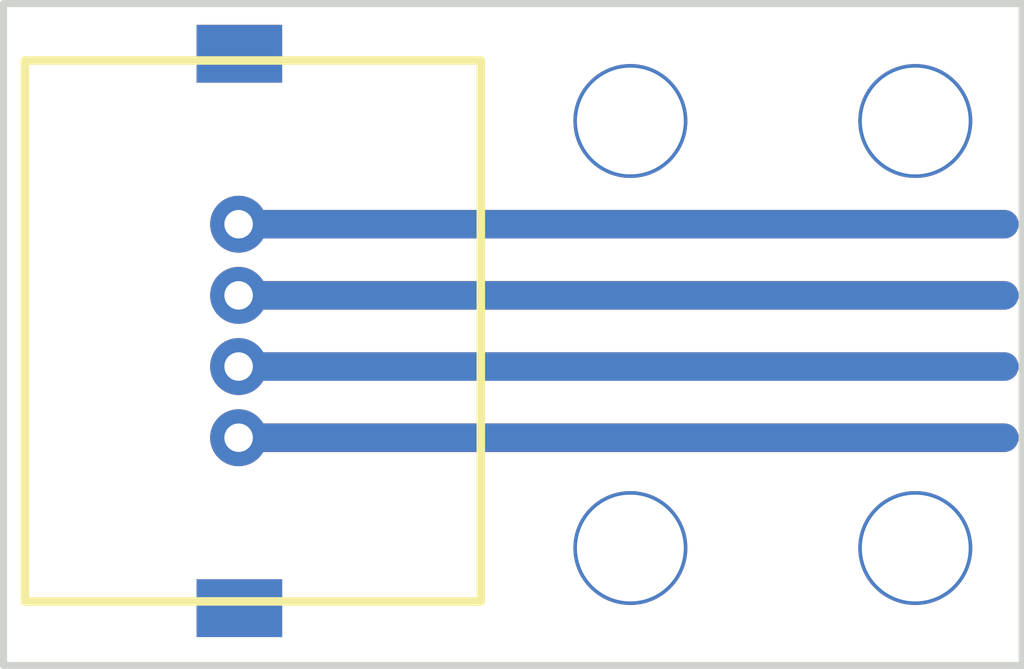
<source format=kicad_pcb>
(kicad_pcb (version 20171130) (host pcbnew "(5.1.0)-1")

  (general
    (thickness 1.6)
    (drawings 24)
    (tracks 20)
    (zones 0)
    (modules 0)
    (nets 1)
  )

  (page A4)
  (layers
    (0 F.Cu signal)
    (31 B.Cu signal)
    (32 B.Adhes user)
    (33 F.Adhes user)
    (34 B.Paste user)
    (35 F.Paste user)
    (36 B.SilkS user)
    (37 F.SilkS user)
    (38 B.Mask user)
    (39 F.Mask user)
    (40 Dwgs.User user)
    (41 Cmts.User user)
    (42 Eco1.User user)
    (43 Eco2.User user)
    (44 Edge.Cuts user)
    (45 Margin user)
    (46 B.CrtYd user)
    (47 F.CrtYd user)
    (48 B.Fab user)
    (49 F.Fab user)
  )

  (setup
    (last_trace_width 0.25)
    (trace_clearance 0.2)
    (zone_clearance 0.508)
    (zone_45_only no)
    (trace_min 0.2)
    (via_size 0.8)
    (via_drill 0.4)
    (via_min_size 0.4)
    (via_min_drill 0.3)
    (uvia_size 0.3)
    (uvia_drill 0.1)
    (uvias_allowed no)
    (uvia_min_size 0.2)
    (uvia_min_drill 0.1)
    (edge_width 0.05)
    (segment_width 0.2)
    (pcb_text_width 0.3)
    (pcb_text_size 1.5 1.5)
    (mod_edge_width 0.12)
    (mod_text_size 1 1)
    (mod_text_width 0.15)
    (pad_size 1.524 1.524)
    (pad_drill 0.762)
    (pad_to_mask_clearance 0.051)
    (solder_mask_min_width 0.25)
    (aux_axis_origin 0 0)
    (visible_elements 7FFFFFFF)
    (pcbplotparams
      (layerselection 0x010fc_ffffffff)
      (usegerberextensions true)
      (usegerberattributes false)
      (usegerberadvancedattributes false)
      (creategerberjobfile false)
      (excludeedgelayer true)
      (linewidth 0.100000)
      (plotframeref false)
      (viasonmask false)
      (mode 1)
      (useauxorigin false)
      (hpglpennumber 1)
      (hpglpenspeed 20)
      (hpglpendiameter 15.000000)
      (psnegative false)
      (psa4output false)
      (plotreference true)
      (plotvalue false)
      (plotinvisibletext false)
      (padsonsilk false)
      (subtractmaskfromsilk false)
      (outputformat 1)
      (mirror false)
      (drillshape 0)
      (scaleselection 1)
      (outputdirectory "gerbers_pcb_connexion_3/"))
  )

  (net 0 "")

  (net_class Default "Ceci est la Netclass par défaut."
    (clearance 0.2)
    (trace_width 0.25)
    (via_dia 0.8)
    (via_drill 0.4)
    (uvia_dia 0.3)
    (uvia_drill 0.1)
  )

  (gr_poly (pts (xy 132.41 74.31) (xy 133.61 74.31) (xy 133.61 73.5) (xy 132.41 73.5)) (layer B.Mask) (width 0.001) (tstamp 5DC142F8))
  (gr_poly (pts (xy 132.41 82.1) (xy 133.61 82.1) (xy 133.61 81.29) (xy 132.41 81.29)) (layer B.Mask) (width 0.001) (tstamp 5DC142F3))
  (gr_poly (pts (xy 132.41 82.1) (xy 133.61 82.1) (xy 133.61 81.29) (xy 132.41 81.29)) (layer B.Cu) (width 0.001) (tstamp 5DC142E4))
  (gr_poly (pts (xy 132.41 74.31) (xy 133.61 74.31) (xy 133.61 73.5) (xy 132.41 73.5)) (layer B.Cu) (width 0.001) (tstamp 5DC142E0))
  (gr_line (start 133 79.3) (end 143.75 79.3) (layer B.Mask) (width 0.4) (tstamp 5DC029B8))
  (gr_line (start 133 78.3) (end 143.75 78.3) (layer B.Mask) (width 0.4) (tstamp 5DC029A1))
  (gr_line (start 133 77.3) (end 143.75 77.3) (layer B.Mask) (width 0.4) (tstamp 5DC02970))
  (gr_line (start 133 76.3) (end 143.75 76.3) (layer B.Mask) (width 0.4) (tstamp 5DC0294A))
  (gr_line (start 133 79.3) (end 143.75 79.3) (layer F.Mask) (width 0.4) (tstamp 5DC0286B))
  (gr_line (start 133 78.3) (end 143.75 78.3) (layer F.Mask) (width 0.4) (tstamp 5DC02868))
  (gr_line (start 133 77.3) (end 143.75 77.3) (layer F.Mask) (width 0.4) (tstamp 5DC0285B))
  (gr_line (start 133 76.3) (end 143.75 76.3) (layer F.Mask) (width 0.4))
  (gr_poly (pts (xy 132.41 81.29) (xy 133.61 81.29) (xy 133.61 82.1) (xy 132.41 82.1)) (layer F.Mask) (width 0.001) (tstamp 5D9C8C17))
  (gr_poly (pts (xy 132.41 73.5) (xy 133.61 73.5) (xy 133.61 74.31) (xy 132.41 74.31)) (layer F.Mask) (width 0.001) (tstamp 5D9C8C12))
  (gr_poly (pts (xy 132.41 81.29) (xy 133.61 81.29) (xy 133.61 82.1) (xy 132.41 82.1)) (layer F.Cu) (width 0.001) (tstamp 5D944BDC))
  (gr_poly (pts (xy 132.41 73.5) (xy 133.61 73.5) (xy 133.61 74.31) (xy 132.41 74.31)) (layer F.Cu) (width 0.001))
  (gr_line (start 130 81.6) (end 136.4 81.6) (layer F.SilkS) (width 0.12) (tstamp 5D944B65))
  (gr_line (start 136.4 74) (end 136.4 81.6) (layer F.SilkS) (width 0.12) (tstamp 5D944B5C))
  (gr_line (start 130 74) (end 130 81.6) (layer F.SilkS) (width 0.12) (tstamp 5D944B26))
  (gr_line (start 130 74) (end 136.4 74) (layer F.SilkS) (width 0.12))
  (gr_line (start 129.7 82.5) (end 129.7 73.2) (layer Edge.Cuts) (width 0.1))
  (gr_line (start 144 82.5) (end 129.7 82.5) (layer Edge.Cuts) (width 0.1))
  (gr_line (start 144 73.2) (end 144 82.5) (layer Edge.Cuts) (width 0.1))
  (gr_line (start 129.7 73.2) (end 144 73.2) (layer Edge.Cuts) (width 0.1))

  (segment (start 133 77.3) (end 133 77.3) (width 0.4) (layer F.Cu) (net 0) (tstamp 5D94464F))
  (segment (start 133 78.3) (end 133 78.3) (width 0.4) (layer F.Cu) (net 0) (tstamp 5D944657))
  (segment (start 133 79.3) (end 133 79.3) (width 0.4) (layer F.Cu) (net 0) (tstamp 5D94465F))
  (segment (start 133 76.3) (end 133 76.3) (width 0.4) (layer F.Cu) (net 0))
  (via (at 142.5 80.85) (size 1.6) (drill 1.5) (layers F.Cu B.Cu) (net 0))
  (via (at 138.5 80.85) (size 1.6) (drill 1.5) (layers F.Cu B.Cu) (net 0) (tstamp 5DC024FB))
  (segment (start 133 76.3) (end 143.75 76.3) (width 0.4) (layer B.Cu) (net 0) (tstamp 5DC02643))
  (segment (start 133 77.3) (end 143.75 77.3) (width 0.4) (layer B.Cu) (net 0) (tstamp 5DC0265D))
  (segment (start 133 78.3) (end 143.75 78.3) (width 0.4) (layer B.Cu) (net 0) (tstamp 5DC02675))
  (segment (start 133 79.3) (end 143.75 79.3) (width 0.4) (layer B.Cu) (net 0) (tstamp 5DC026A8))
  (segment (start 133 76.3) (end 143.75 76.3) (width 0.4) (layer F.Cu) (net 0) (tstamp 5DC027F7))
  (via (at 133 76.3) (size 0.8) (drill 0.4) (layers F.Cu B.Cu) (net 0))
  (segment (start 133 77.3) (end 143.75 77.3) (width 0.4) (layer F.Cu) (net 0) (tstamp 5DC027F9))
  (via (at 133 77.3) (size 0.8) (drill 0.4) (layers F.Cu B.Cu) (net 0))
  (segment (start 133 78.3) (end 143.75 78.3) (width 0.4) (layer F.Cu) (net 0) (tstamp 5DC027FB))
  (via (at 133 78.3) (size 0.8) (drill 0.4) (layers F.Cu B.Cu) (net 0))
  (segment (start 133 79.3) (end 143.75 79.3) (width 0.4) (layer F.Cu) (net 0) (tstamp 5DC027FD))
  (via (at 133 79.3) (size 0.8) (drill 0.4) (layers F.Cu B.Cu) (net 0))
  (via (at 142.5 74.85) (size 1.6) (drill 1.5) (layers F.Cu B.Cu) (net 0) (tstamp 5DC02DEF))
  (via (at 138.5 74.85) (size 1.6) (drill 1.5) (layers F.Cu B.Cu) (net 0) (tstamp 5DC02E0F))

)

</source>
